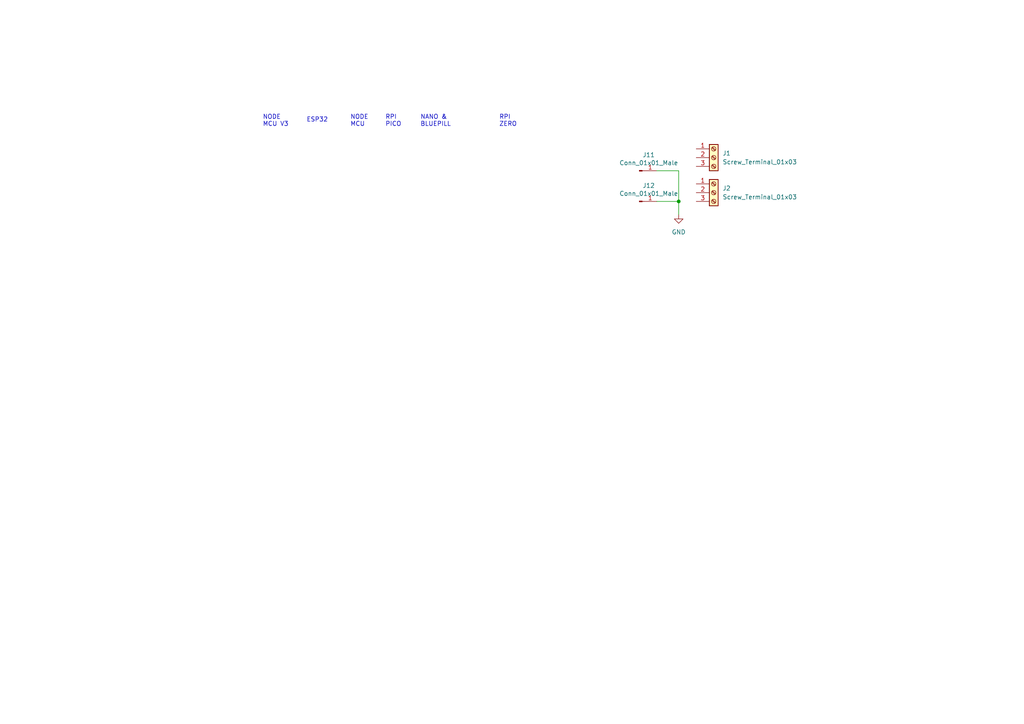
<source format=kicad_sch>
(kicad_sch (version 20230121) (generator eeschema)
  (paper "A4")
  (title_block (title "MCU PROTO 83x58") (company "Galopago"))
  (lib_symbols
    (symbol "Connector:Conn_01x01_Male" (pin_names (offset 1.016) hide)
      (property "Reference" "J" (at 0 2.54 0))
      (property "Value" "Connector_Conn_01x01_Male" (at 0 -2.54 0))
      (symbol "Conn_01x01_Male_1_1"
        (polyline (pts (xy 1.27 0) (xy 0.8636 0)) (stroke (width 0.1524)))
        (rectangle (start 0.8636 0.127) (end 0 -0.127) (stroke (width 0.1524)) (fill (type outline)))
        (pin passive line (at 5.08 0 180) (length 3.81) (name "Pin_1") (number "1"))
      )
    )
    (symbol "Connector:Screw_Terminal_01x03" (pin_names (offset 1.016) hide)
      (property "Reference" "J" (at 0 5.08 0))
      (property "Value" "Screw_Terminal_01x03" (at 0 -5.08 0))
      (symbol "Screw_Terminal_01x03_1_1"
        (rectangle (start -1.27 3.81) (end 1.27 -3.81) (stroke (width 0.254)) (fill (type background)))
        (circle (center 0 -2.54) (radius 0.635) (stroke (width 0.1524)))
        (polyline (pts (xy -0.5334 -2.2098) (xy 0.3302 -3.048)) (stroke (width 0.1524)))
        (polyline (pts (xy -0.5334 0.3302) (xy 0.3302 -0.508)) (stroke (width 0.1524)))
        (polyline (pts (xy -0.5334 2.8702) (xy 0.3302 2.032)) (stroke (width 0.1524)))
        (polyline (pts (xy -0.3556 -2.032) (xy 0.508 -2.8702)) (stroke (width 0.1524)))
        (polyline (pts (xy -0.3556 0.508) (xy 0.508 -0.3302)) (stroke (width 0.1524)))
        (polyline (pts (xy -0.3556 3.048) (xy 0.508 2.2098)) (stroke (width 0.1524)))
        (circle (center 0 0) (radius 0.635) (stroke (width 0.1524)))
        (circle (center 0 2.54) (radius 0.635) (stroke (width 0.1524)))
        (pin passive line (at -5.08 2.54 0) (length 3.81) (name "Pin_1") (number "1"))
        (pin passive line (at -5.08 0 0) (length 3.81) (name "Pin_2") (number "2"))
        (pin passive line (at -5.08 -2.54 0) (length 3.81) (name "Pin_3") (number "3"))
      )
    )
    (symbol "power:GND" (power) (pin_names (offset 0))
      (property "Value" "GND" (at 0 -3.81 0))
      (symbol "GND_0_1"
        (polyline (pts (xy 0 0) (xy 0 -1.27) (xy 1.27 -1.27) (xy 0 -2.54) (xy -1.27 -1.27) (xy 0 -1.27)))
      )
      (symbol "GND_1_1"
        (pin power_in line (at 0 0 270) (length 0) hide (name "GND") (number "1"))
      )
    )
  )
  (junction (at 196.85 58.42))
  (wire (pts (xy 190.5 49.53) (xy 196.85 49.53)))
  (wire (pts (xy 196.85 58.42) (xy 196.85 62.23)))
  (wire (pts (xy 196.85 58.42) (xy 190.5 58.42)))
  (wire (pts (xy 196.85 49.53) (xy 196.85 58.42)))
  (text "RPI\nZERO" (at 144.78 36.83 0) (effects (font (size 1.27 1.27)) (justify left bottom)))
  (text "NODE\nMCU" (at 101.6 36.83 0) (effects (font (size 1.27 1.27)) (justify left bottom)))
  (text "ESP32" (at 88.9 35.56 0) (effects (font (size 1.27 1.27)) (justify left bottom)))
  (text "RPI\nPICO" (at 111.76 36.83 0) (effects (font (size 1.27 1.27)) (justify left bottom)))
  (text "NODE\nMCU V3" (at 76.2 36.83 0) (effects (font (size 1.27 1.27)) (justify left bottom)))
  (text "NANO &\nBLUEPILL" (at 121.92 36.83 0) (effects (font (size 1.27 1.27)) (justify left bottom)))
  (symbol (lib_id "Connector:Conn_01x01_Male") (at 185.42 49.53 0) (unit 1)
    (property "Reference" "J11" (at 188.1632 44.9326 0))
    (property "Value" "Conn_01x01_Male" (at 188.1632 47.244 0))
    (property "Footprint" "proto-pcb-pads:RoundPad_1.7mm_Hole_1.0mm" (effects hide))
  )
  (symbol (lib_id "Connector:Conn_01x01_Male") (at 185.42 58.42 0) (unit 1)
    (property "Reference" "J12" (at 188.1632 53.8226 0))
    (property "Value" "Conn_01x01_Male" (at 188.1632 56.134 0))
    (property "Footprint" "proto-pcb-pads:RoundPad_1.7mm_Hole_1.0mm" (effects hide))
  )
  (symbol (lib_id "power:GND") (at 196.85 62.23 0) (unit 1)
    (property "Reference" "#PWR01" (effects hide))
    (property "Value" "GND" (at 196.85 67.31 0))
  )
  (symbol (lib_id "Connector:Screw_Terminal_01x03") (at 207.01 55.88 0) (unit 1)
    (property "Reference" "J2" (at 209.55 54.61 0) (effects (justify left)))
    (property "Value" "Screw_Terminal_01x03" (at 209.55 57.15 0) (effects (justify left)))
    (property "Footprint" "TerminalBlock_4Ucon:TerminalBlock_4Ucon_1x03_P3.50mm_Horizontal" (effects hide))
  )
  (symbol (lib_id "Connector:Screw_Terminal_01x03") (at 207.01 45.72 0) (unit 1)
    (property "Reference" "J1" (at 209.55 44.45 0) (effects (justify left)))
    (property "Value" "Screw_Terminal_01x03" (at 209.55 46.99 0) (effects (justify left)))
    (property "Footprint" "TerminalBlock_4Ucon:TerminalBlock_4Ucon_1x03_P3.50mm_Horizontal" (effects hide))
  )
)
</source>
